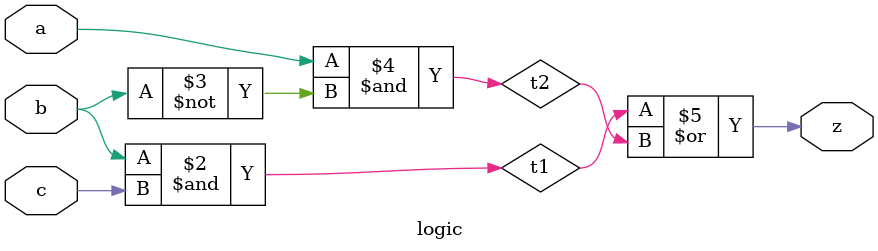
<source format=v>
`timescale 1ns / 1ps


module logic(
    input a,
    input b,
    input c,
    output reg z
    );
  reg t1, t2;
  always @(a,b,c) begin
    t1 = b & c;
    t2 = a & ~b;
    z  = t1 | t2; 
//  z =(b&c)|(a&~b); 
  end

endmodule


</source>
